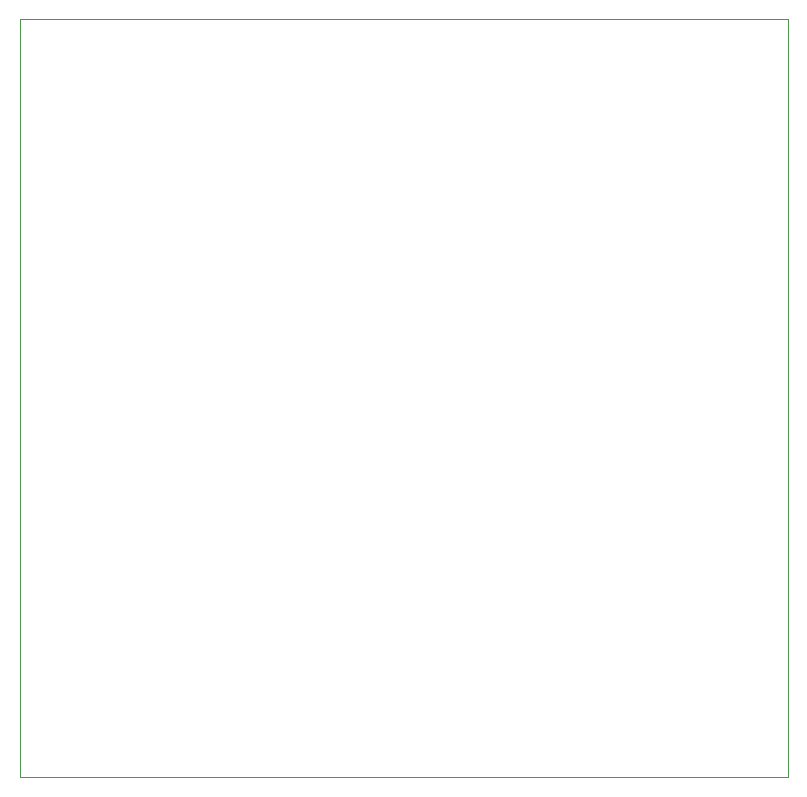
<source format=gbr>
G04 #@! TF.GenerationSoftware,KiCad,Pcbnew,9.0.0-rc2-6-ga1fa0bdb0b*
G04 #@! TF.CreationDate,2025-02-11T11:14:17+02:00*
G04 #@! TF.ProjectId,can_link_r1,63616e5f-6c69-46e6-9b5f-72312e6b6963,Rev 4*
G04 #@! TF.SameCoordinates,Original*
G04 #@! TF.FileFunction,Profile,NP*
%FSLAX46Y46*%
G04 Gerber Fmt 4.6, Leading zero omitted, Abs format (unit mm)*
G04 Created by KiCad (PCBNEW 9.0.0-rc2-6-ga1fa0bdb0b) date 2025-02-11 11:14:17*
%MOMM*%
%LPD*%
G01*
G04 APERTURE LIST*
G04 #@! TA.AperFunction,Profile*
%ADD10C,0.100000*%
G04 #@! TD*
G04 APERTURE END LIST*
D10*
X129050000Y-70850000D02*
X194050000Y-70850000D01*
X194050000Y-135050000D01*
X129050000Y-135050000D01*
X129050000Y-70850000D01*
M02*

</source>
